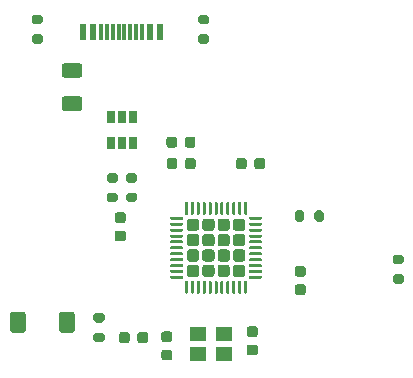
<source format=gbr>
G04 #@! TF.GenerationSoftware,KiCad,Pcbnew,(5.1.9)-1*
G04 #@! TF.CreationDate,2021-03-27T09:55:19-04:00*
G04 #@! TF.ProjectId,atmega32u4_demo,61746d65-6761-4333-9275-345f64656d6f,rev?*
G04 #@! TF.SameCoordinates,Original*
G04 #@! TF.FileFunction,Paste,Top*
G04 #@! TF.FilePolarity,Positive*
%FSLAX46Y46*%
G04 Gerber Fmt 4.6, Leading zero omitted, Abs format (unit mm)*
G04 Created by KiCad (PCBNEW (5.1.9)-1) date 2021-03-27 09:55:19*
%MOMM*%
%LPD*%
G01*
G04 APERTURE LIST*
%ADD10R,1.400000X1.200000*%
%ADD11R,0.650000X1.060000*%
%ADD12R,0.600000X1.450000*%
%ADD13R,0.300000X1.450000*%
G04 APERTURE END LIST*
G36*
G01*
X218342800Y-103828400D02*
X218892800Y-103828400D01*
G75*
G02*
X219092800Y-104028400I0J-200000D01*
G01*
X219092800Y-104428400D01*
G75*
G02*
X218892800Y-104628400I-200000J0D01*
G01*
X218342800Y-104628400D01*
G75*
G02*
X218142800Y-104428400I0J200000D01*
G01*
X218142800Y-104028400D01*
G75*
G02*
X218342800Y-103828400I200000J0D01*
G01*
G37*
G36*
G01*
X218342800Y-102178400D02*
X218892800Y-102178400D01*
G75*
G02*
X219092800Y-102378400I0J-200000D01*
G01*
X219092800Y-102778400D01*
G75*
G02*
X218892800Y-102978400I-200000J0D01*
G01*
X218342800Y-102978400D01*
G75*
G02*
X218142800Y-102778400I0J200000D01*
G01*
X218142800Y-102378400D01*
G75*
G02*
X218342800Y-102178400I200000J0D01*
G01*
G37*
G36*
G01*
X189893400Y-108545400D02*
X189893400Y-107253000D01*
G75*
G02*
X190147200Y-106999200I253800J0D01*
G01*
X190989600Y-106999200D01*
G75*
G02*
X191243400Y-107253000I0J-253800D01*
G01*
X191243400Y-108545400D01*
G75*
G02*
X190989600Y-108799200I-253800J0D01*
G01*
X190147200Y-108799200D01*
G75*
G02*
X189893400Y-108545400I0J253800D01*
G01*
G37*
G36*
G01*
X185743400Y-108545400D02*
X185743400Y-107253000D01*
G75*
G02*
X185997200Y-106999200I253800J0D01*
G01*
X186839600Y-106999200D01*
G75*
G02*
X187093400Y-107253000I0J-253800D01*
G01*
X187093400Y-108545400D01*
G75*
G02*
X186839600Y-108799200I-253800J0D01*
G01*
X185997200Y-108799200D01*
G75*
G02*
X185743400Y-108545400I0J253800D01*
G01*
G37*
G36*
G01*
X205796000Y-94212600D02*
X205796000Y-94712600D01*
G75*
G02*
X205571000Y-94937600I-225000J0D01*
G01*
X205121000Y-94937600D01*
G75*
G02*
X204896000Y-94712600I0J225000D01*
G01*
X204896000Y-94212600D01*
G75*
G02*
X205121000Y-93987600I225000J0D01*
G01*
X205571000Y-93987600D01*
G75*
G02*
X205796000Y-94212600I0J-225000D01*
G01*
G37*
G36*
G01*
X207346000Y-94212600D02*
X207346000Y-94712600D01*
G75*
G02*
X207121000Y-94937600I-225000J0D01*
G01*
X206671000Y-94937600D01*
G75*
G02*
X206446000Y-94712600I0J225000D01*
G01*
X206446000Y-94212600D01*
G75*
G02*
X206671000Y-93987600I225000J0D01*
G01*
X207121000Y-93987600D01*
G75*
G02*
X207346000Y-94212600I0J-225000D01*
G01*
G37*
D10*
X203842800Y-110552600D03*
X201642800Y-110552600D03*
X201642800Y-108852600D03*
X203842800Y-108852600D03*
D11*
X195249800Y-92692400D03*
X196199800Y-92692400D03*
X194299800Y-92692400D03*
X194299800Y-90492400D03*
X195249800Y-90492400D03*
X196199800Y-90492400D03*
G36*
G01*
X204625000Y-103825001D02*
X204625000Y-103274999D01*
G75*
G02*
X204874999Y-103025000I249999J0D01*
G01*
X205425001Y-103025000D01*
G75*
G02*
X205675000Y-103274999I0J-249999D01*
G01*
X205675000Y-103825001D01*
G75*
G02*
X205425001Y-104075000I-249999J0D01*
G01*
X204874999Y-104075000D01*
G75*
G02*
X204625000Y-103825001I0J249999D01*
G01*
G37*
G36*
G01*
X204625000Y-102525001D02*
X204625000Y-101974999D01*
G75*
G02*
X204874999Y-101725000I249999J0D01*
G01*
X205425001Y-101725000D01*
G75*
G02*
X205675000Y-101974999I0J-249999D01*
G01*
X205675000Y-102525001D01*
G75*
G02*
X205425001Y-102775000I-249999J0D01*
G01*
X204874999Y-102775000D01*
G75*
G02*
X204625000Y-102525001I0J249999D01*
G01*
G37*
G36*
G01*
X204625000Y-101225001D02*
X204625000Y-100674999D01*
G75*
G02*
X204874999Y-100425000I249999J0D01*
G01*
X205425001Y-100425000D01*
G75*
G02*
X205675000Y-100674999I0J-249999D01*
G01*
X205675000Y-101225001D01*
G75*
G02*
X205425001Y-101475000I-249999J0D01*
G01*
X204874999Y-101475000D01*
G75*
G02*
X204625000Y-101225001I0J249999D01*
G01*
G37*
G36*
G01*
X204625000Y-99925001D02*
X204625000Y-99374999D01*
G75*
G02*
X204874999Y-99125000I249999J0D01*
G01*
X205425001Y-99125000D01*
G75*
G02*
X205675000Y-99374999I0J-249999D01*
G01*
X205675000Y-99925001D01*
G75*
G02*
X205425001Y-100175000I-249999J0D01*
G01*
X204874999Y-100175000D01*
G75*
G02*
X204625000Y-99925001I0J249999D01*
G01*
G37*
G36*
G01*
X203325000Y-103825001D02*
X203325000Y-103274999D01*
G75*
G02*
X203574999Y-103025000I249999J0D01*
G01*
X204125001Y-103025000D01*
G75*
G02*
X204375000Y-103274999I0J-249999D01*
G01*
X204375000Y-103825001D01*
G75*
G02*
X204125001Y-104075000I-249999J0D01*
G01*
X203574999Y-104075000D01*
G75*
G02*
X203325000Y-103825001I0J249999D01*
G01*
G37*
G36*
G01*
X203325000Y-102525001D02*
X203325000Y-101974999D01*
G75*
G02*
X203574999Y-101725000I249999J0D01*
G01*
X204125001Y-101725000D01*
G75*
G02*
X204375000Y-101974999I0J-249999D01*
G01*
X204375000Y-102525001D01*
G75*
G02*
X204125001Y-102775000I-249999J0D01*
G01*
X203574999Y-102775000D01*
G75*
G02*
X203325000Y-102525001I0J249999D01*
G01*
G37*
G36*
G01*
X203325000Y-101225001D02*
X203325000Y-100674999D01*
G75*
G02*
X203574999Y-100425000I249999J0D01*
G01*
X204125001Y-100425000D01*
G75*
G02*
X204375000Y-100674999I0J-249999D01*
G01*
X204375000Y-101225001D01*
G75*
G02*
X204125001Y-101475000I-249999J0D01*
G01*
X203574999Y-101475000D01*
G75*
G02*
X203325000Y-101225001I0J249999D01*
G01*
G37*
G36*
G01*
X203325000Y-99925001D02*
X203325000Y-99374999D01*
G75*
G02*
X203574999Y-99125000I249999J0D01*
G01*
X204125001Y-99125000D01*
G75*
G02*
X204375000Y-99374999I0J-249999D01*
G01*
X204375000Y-99925001D01*
G75*
G02*
X204125001Y-100175000I-249999J0D01*
G01*
X203574999Y-100175000D01*
G75*
G02*
X203325000Y-99925001I0J249999D01*
G01*
G37*
G36*
G01*
X202025000Y-103825001D02*
X202025000Y-103274999D01*
G75*
G02*
X202274999Y-103025000I249999J0D01*
G01*
X202825001Y-103025000D01*
G75*
G02*
X203075000Y-103274999I0J-249999D01*
G01*
X203075000Y-103825001D01*
G75*
G02*
X202825001Y-104075000I-249999J0D01*
G01*
X202274999Y-104075000D01*
G75*
G02*
X202025000Y-103825001I0J249999D01*
G01*
G37*
G36*
G01*
X202025000Y-102525001D02*
X202025000Y-101974999D01*
G75*
G02*
X202274999Y-101725000I249999J0D01*
G01*
X202825001Y-101725000D01*
G75*
G02*
X203075000Y-101974999I0J-249999D01*
G01*
X203075000Y-102525001D01*
G75*
G02*
X202825001Y-102775000I-249999J0D01*
G01*
X202274999Y-102775000D01*
G75*
G02*
X202025000Y-102525001I0J249999D01*
G01*
G37*
G36*
G01*
X202025000Y-101225001D02*
X202025000Y-100674999D01*
G75*
G02*
X202274999Y-100425000I249999J0D01*
G01*
X202825001Y-100425000D01*
G75*
G02*
X203075000Y-100674999I0J-249999D01*
G01*
X203075000Y-101225001D01*
G75*
G02*
X202825001Y-101475000I-249999J0D01*
G01*
X202274999Y-101475000D01*
G75*
G02*
X202025000Y-101225001I0J249999D01*
G01*
G37*
G36*
G01*
X202025000Y-99925001D02*
X202025000Y-99374999D01*
G75*
G02*
X202274999Y-99125000I249999J0D01*
G01*
X202825001Y-99125000D01*
G75*
G02*
X203075000Y-99374999I0J-249999D01*
G01*
X203075000Y-99925001D01*
G75*
G02*
X202825001Y-100175000I-249999J0D01*
G01*
X202274999Y-100175000D01*
G75*
G02*
X202025000Y-99925001I0J249999D01*
G01*
G37*
G36*
G01*
X200725000Y-103825001D02*
X200725000Y-103274999D01*
G75*
G02*
X200974999Y-103025000I249999J0D01*
G01*
X201525001Y-103025000D01*
G75*
G02*
X201775000Y-103274999I0J-249999D01*
G01*
X201775000Y-103825001D01*
G75*
G02*
X201525001Y-104075000I-249999J0D01*
G01*
X200974999Y-104075000D01*
G75*
G02*
X200725000Y-103825001I0J249999D01*
G01*
G37*
G36*
G01*
X200725000Y-102525001D02*
X200725000Y-101974999D01*
G75*
G02*
X200974999Y-101725000I249999J0D01*
G01*
X201525001Y-101725000D01*
G75*
G02*
X201775000Y-101974999I0J-249999D01*
G01*
X201775000Y-102525001D01*
G75*
G02*
X201525001Y-102775000I-249999J0D01*
G01*
X200974999Y-102775000D01*
G75*
G02*
X200725000Y-102525001I0J249999D01*
G01*
G37*
G36*
G01*
X200725000Y-101225001D02*
X200725000Y-100674999D01*
G75*
G02*
X200974999Y-100425000I249999J0D01*
G01*
X201525001Y-100425000D01*
G75*
G02*
X201775000Y-100674999I0J-249999D01*
G01*
X201775000Y-101225001D01*
G75*
G02*
X201525001Y-101475000I-249999J0D01*
G01*
X200974999Y-101475000D01*
G75*
G02*
X200725000Y-101225001I0J249999D01*
G01*
G37*
G36*
G01*
X200725000Y-99925001D02*
X200725000Y-99374999D01*
G75*
G02*
X200974999Y-99125000I249999J0D01*
G01*
X201525001Y-99125000D01*
G75*
G02*
X201775000Y-99374999I0J-249999D01*
G01*
X201775000Y-99925001D01*
G75*
G02*
X201525001Y-100175000I-249999J0D01*
G01*
X200974999Y-100175000D01*
G75*
G02*
X200725000Y-99925001I0J249999D01*
G01*
G37*
G36*
G01*
X200575000Y-98737500D02*
X200575000Y-97787500D01*
G75*
G02*
X200637500Y-97725000I62500J0D01*
G01*
X200762500Y-97725000D01*
G75*
G02*
X200825000Y-97787500I0J-62500D01*
G01*
X200825000Y-98737500D01*
G75*
G02*
X200762500Y-98800000I-62500J0D01*
G01*
X200637500Y-98800000D01*
G75*
G02*
X200575000Y-98737500I0J62500D01*
G01*
G37*
G36*
G01*
X201075000Y-98737500D02*
X201075000Y-97787500D01*
G75*
G02*
X201137500Y-97725000I62500J0D01*
G01*
X201262500Y-97725000D01*
G75*
G02*
X201325000Y-97787500I0J-62500D01*
G01*
X201325000Y-98737500D01*
G75*
G02*
X201262500Y-98800000I-62500J0D01*
G01*
X201137500Y-98800000D01*
G75*
G02*
X201075000Y-98737500I0J62500D01*
G01*
G37*
G36*
G01*
X201575000Y-98737500D02*
X201575000Y-97787500D01*
G75*
G02*
X201637500Y-97725000I62500J0D01*
G01*
X201762500Y-97725000D01*
G75*
G02*
X201825000Y-97787500I0J-62500D01*
G01*
X201825000Y-98737500D01*
G75*
G02*
X201762500Y-98800000I-62500J0D01*
G01*
X201637500Y-98800000D01*
G75*
G02*
X201575000Y-98737500I0J62500D01*
G01*
G37*
G36*
G01*
X202075000Y-98737500D02*
X202075000Y-97787500D01*
G75*
G02*
X202137500Y-97725000I62500J0D01*
G01*
X202262500Y-97725000D01*
G75*
G02*
X202325000Y-97787500I0J-62500D01*
G01*
X202325000Y-98737500D01*
G75*
G02*
X202262500Y-98800000I-62500J0D01*
G01*
X202137500Y-98800000D01*
G75*
G02*
X202075000Y-98737500I0J62500D01*
G01*
G37*
G36*
G01*
X202575000Y-98737500D02*
X202575000Y-97787500D01*
G75*
G02*
X202637500Y-97725000I62500J0D01*
G01*
X202762500Y-97725000D01*
G75*
G02*
X202825000Y-97787500I0J-62500D01*
G01*
X202825000Y-98737500D01*
G75*
G02*
X202762500Y-98800000I-62500J0D01*
G01*
X202637500Y-98800000D01*
G75*
G02*
X202575000Y-98737500I0J62500D01*
G01*
G37*
G36*
G01*
X203075000Y-98737500D02*
X203075000Y-97787500D01*
G75*
G02*
X203137500Y-97725000I62500J0D01*
G01*
X203262500Y-97725000D01*
G75*
G02*
X203325000Y-97787500I0J-62500D01*
G01*
X203325000Y-98737500D01*
G75*
G02*
X203262500Y-98800000I-62500J0D01*
G01*
X203137500Y-98800000D01*
G75*
G02*
X203075000Y-98737500I0J62500D01*
G01*
G37*
G36*
G01*
X203575000Y-98737500D02*
X203575000Y-97787500D01*
G75*
G02*
X203637500Y-97725000I62500J0D01*
G01*
X203762500Y-97725000D01*
G75*
G02*
X203825000Y-97787500I0J-62500D01*
G01*
X203825000Y-98737500D01*
G75*
G02*
X203762500Y-98800000I-62500J0D01*
G01*
X203637500Y-98800000D01*
G75*
G02*
X203575000Y-98737500I0J62500D01*
G01*
G37*
G36*
G01*
X204075000Y-98737500D02*
X204075000Y-97787500D01*
G75*
G02*
X204137500Y-97725000I62500J0D01*
G01*
X204262500Y-97725000D01*
G75*
G02*
X204325000Y-97787500I0J-62500D01*
G01*
X204325000Y-98737500D01*
G75*
G02*
X204262500Y-98800000I-62500J0D01*
G01*
X204137500Y-98800000D01*
G75*
G02*
X204075000Y-98737500I0J62500D01*
G01*
G37*
G36*
G01*
X204575000Y-98737500D02*
X204575000Y-97787500D01*
G75*
G02*
X204637500Y-97725000I62500J0D01*
G01*
X204762500Y-97725000D01*
G75*
G02*
X204825000Y-97787500I0J-62500D01*
G01*
X204825000Y-98737500D01*
G75*
G02*
X204762500Y-98800000I-62500J0D01*
G01*
X204637500Y-98800000D01*
G75*
G02*
X204575000Y-98737500I0J62500D01*
G01*
G37*
G36*
G01*
X205075000Y-98737500D02*
X205075000Y-97787500D01*
G75*
G02*
X205137500Y-97725000I62500J0D01*
G01*
X205262500Y-97725000D01*
G75*
G02*
X205325000Y-97787500I0J-62500D01*
G01*
X205325000Y-98737500D01*
G75*
G02*
X205262500Y-98800000I-62500J0D01*
G01*
X205137500Y-98800000D01*
G75*
G02*
X205075000Y-98737500I0J62500D01*
G01*
G37*
G36*
G01*
X205575000Y-98737500D02*
X205575000Y-97787500D01*
G75*
G02*
X205637500Y-97725000I62500J0D01*
G01*
X205762500Y-97725000D01*
G75*
G02*
X205825000Y-97787500I0J-62500D01*
G01*
X205825000Y-98737500D01*
G75*
G02*
X205762500Y-98800000I-62500J0D01*
G01*
X205637500Y-98800000D01*
G75*
G02*
X205575000Y-98737500I0J62500D01*
G01*
G37*
G36*
G01*
X206000000Y-99162500D02*
X206000000Y-99037500D01*
G75*
G02*
X206062500Y-98975000I62500J0D01*
G01*
X207012500Y-98975000D01*
G75*
G02*
X207075000Y-99037500I0J-62500D01*
G01*
X207075000Y-99162500D01*
G75*
G02*
X207012500Y-99225000I-62500J0D01*
G01*
X206062500Y-99225000D01*
G75*
G02*
X206000000Y-99162500I0J62500D01*
G01*
G37*
G36*
G01*
X206000000Y-99662500D02*
X206000000Y-99537500D01*
G75*
G02*
X206062500Y-99475000I62500J0D01*
G01*
X207012500Y-99475000D01*
G75*
G02*
X207075000Y-99537500I0J-62500D01*
G01*
X207075000Y-99662500D01*
G75*
G02*
X207012500Y-99725000I-62500J0D01*
G01*
X206062500Y-99725000D01*
G75*
G02*
X206000000Y-99662500I0J62500D01*
G01*
G37*
G36*
G01*
X206000000Y-100162500D02*
X206000000Y-100037500D01*
G75*
G02*
X206062500Y-99975000I62500J0D01*
G01*
X207012500Y-99975000D01*
G75*
G02*
X207075000Y-100037500I0J-62500D01*
G01*
X207075000Y-100162500D01*
G75*
G02*
X207012500Y-100225000I-62500J0D01*
G01*
X206062500Y-100225000D01*
G75*
G02*
X206000000Y-100162500I0J62500D01*
G01*
G37*
G36*
G01*
X206000000Y-100662500D02*
X206000000Y-100537500D01*
G75*
G02*
X206062500Y-100475000I62500J0D01*
G01*
X207012500Y-100475000D01*
G75*
G02*
X207075000Y-100537500I0J-62500D01*
G01*
X207075000Y-100662500D01*
G75*
G02*
X207012500Y-100725000I-62500J0D01*
G01*
X206062500Y-100725000D01*
G75*
G02*
X206000000Y-100662500I0J62500D01*
G01*
G37*
G36*
G01*
X206000000Y-101162500D02*
X206000000Y-101037500D01*
G75*
G02*
X206062500Y-100975000I62500J0D01*
G01*
X207012500Y-100975000D01*
G75*
G02*
X207075000Y-101037500I0J-62500D01*
G01*
X207075000Y-101162500D01*
G75*
G02*
X207012500Y-101225000I-62500J0D01*
G01*
X206062500Y-101225000D01*
G75*
G02*
X206000000Y-101162500I0J62500D01*
G01*
G37*
G36*
G01*
X206000000Y-101662500D02*
X206000000Y-101537500D01*
G75*
G02*
X206062500Y-101475000I62500J0D01*
G01*
X207012500Y-101475000D01*
G75*
G02*
X207075000Y-101537500I0J-62500D01*
G01*
X207075000Y-101662500D01*
G75*
G02*
X207012500Y-101725000I-62500J0D01*
G01*
X206062500Y-101725000D01*
G75*
G02*
X206000000Y-101662500I0J62500D01*
G01*
G37*
G36*
G01*
X206000000Y-102162500D02*
X206000000Y-102037500D01*
G75*
G02*
X206062500Y-101975000I62500J0D01*
G01*
X207012500Y-101975000D01*
G75*
G02*
X207075000Y-102037500I0J-62500D01*
G01*
X207075000Y-102162500D01*
G75*
G02*
X207012500Y-102225000I-62500J0D01*
G01*
X206062500Y-102225000D01*
G75*
G02*
X206000000Y-102162500I0J62500D01*
G01*
G37*
G36*
G01*
X206000000Y-102662500D02*
X206000000Y-102537500D01*
G75*
G02*
X206062500Y-102475000I62500J0D01*
G01*
X207012500Y-102475000D01*
G75*
G02*
X207075000Y-102537500I0J-62500D01*
G01*
X207075000Y-102662500D01*
G75*
G02*
X207012500Y-102725000I-62500J0D01*
G01*
X206062500Y-102725000D01*
G75*
G02*
X206000000Y-102662500I0J62500D01*
G01*
G37*
G36*
G01*
X206000000Y-103162500D02*
X206000000Y-103037500D01*
G75*
G02*
X206062500Y-102975000I62500J0D01*
G01*
X207012500Y-102975000D01*
G75*
G02*
X207075000Y-103037500I0J-62500D01*
G01*
X207075000Y-103162500D01*
G75*
G02*
X207012500Y-103225000I-62500J0D01*
G01*
X206062500Y-103225000D01*
G75*
G02*
X206000000Y-103162500I0J62500D01*
G01*
G37*
G36*
G01*
X206000000Y-103662500D02*
X206000000Y-103537500D01*
G75*
G02*
X206062500Y-103475000I62500J0D01*
G01*
X207012500Y-103475000D01*
G75*
G02*
X207075000Y-103537500I0J-62500D01*
G01*
X207075000Y-103662500D01*
G75*
G02*
X207012500Y-103725000I-62500J0D01*
G01*
X206062500Y-103725000D01*
G75*
G02*
X206000000Y-103662500I0J62500D01*
G01*
G37*
G36*
G01*
X206000000Y-104162500D02*
X206000000Y-104037500D01*
G75*
G02*
X206062500Y-103975000I62500J0D01*
G01*
X207012500Y-103975000D01*
G75*
G02*
X207075000Y-104037500I0J-62500D01*
G01*
X207075000Y-104162500D01*
G75*
G02*
X207012500Y-104225000I-62500J0D01*
G01*
X206062500Y-104225000D01*
G75*
G02*
X206000000Y-104162500I0J62500D01*
G01*
G37*
G36*
G01*
X205575000Y-105412500D02*
X205575000Y-104462500D01*
G75*
G02*
X205637500Y-104400000I62500J0D01*
G01*
X205762500Y-104400000D01*
G75*
G02*
X205825000Y-104462500I0J-62500D01*
G01*
X205825000Y-105412500D01*
G75*
G02*
X205762500Y-105475000I-62500J0D01*
G01*
X205637500Y-105475000D01*
G75*
G02*
X205575000Y-105412500I0J62500D01*
G01*
G37*
G36*
G01*
X205075000Y-105412500D02*
X205075000Y-104462500D01*
G75*
G02*
X205137500Y-104400000I62500J0D01*
G01*
X205262500Y-104400000D01*
G75*
G02*
X205325000Y-104462500I0J-62500D01*
G01*
X205325000Y-105412500D01*
G75*
G02*
X205262500Y-105475000I-62500J0D01*
G01*
X205137500Y-105475000D01*
G75*
G02*
X205075000Y-105412500I0J62500D01*
G01*
G37*
G36*
G01*
X204575000Y-105412500D02*
X204575000Y-104462500D01*
G75*
G02*
X204637500Y-104400000I62500J0D01*
G01*
X204762500Y-104400000D01*
G75*
G02*
X204825000Y-104462500I0J-62500D01*
G01*
X204825000Y-105412500D01*
G75*
G02*
X204762500Y-105475000I-62500J0D01*
G01*
X204637500Y-105475000D01*
G75*
G02*
X204575000Y-105412500I0J62500D01*
G01*
G37*
G36*
G01*
X204075000Y-105412500D02*
X204075000Y-104462500D01*
G75*
G02*
X204137500Y-104400000I62500J0D01*
G01*
X204262500Y-104400000D01*
G75*
G02*
X204325000Y-104462500I0J-62500D01*
G01*
X204325000Y-105412500D01*
G75*
G02*
X204262500Y-105475000I-62500J0D01*
G01*
X204137500Y-105475000D01*
G75*
G02*
X204075000Y-105412500I0J62500D01*
G01*
G37*
G36*
G01*
X203575000Y-105412500D02*
X203575000Y-104462500D01*
G75*
G02*
X203637500Y-104400000I62500J0D01*
G01*
X203762500Y-104400000D01*
G75*
G02*
X203825000Y-104462500I0J-62500D01*
G01*
X203825000Y-105412500D01*
G75*
G02*
X203762500Y-105475000I-62500J0D01*
G01*
X203637500Y-105475000D01*
G75*
G02*
X203575000Y-105412500I0J62500D01*
G01*
G37*
G36*
G01*
X203075000Y-105412500D02*
X203075000Y-104462500D01*
G75*
G02*
X203137500Y-104400000I62500J0D01*
G01*
X203262500Y-104400000D01*
G75*
G02*
X203325000Y-104462500I0J-62500D01*
G01*
X203325000Y-105412500D01*
G75*
G02*
X203262500Y-105475000I-62500J0D01*
G01*
X203137500Y-105475000D01*
G75*
G02*
X203075000Y-105412500I0J62500D01*
G01*
G37*
G36*
G01*
X202575000Y-105412500D02*
X202575000Y-104462500D01*
G75*
G02*
X202637500Y-104400000I62500J0D01*
G01*
X202762500Y-104400000D01*
G75*
G02*
X202825000Y-104462500I0J-62500D01*
G01*
X202825000Y-105412500D01*
G75*
G02*
X202762500Y-105475000I-62500J0D01*
G01*
X202637500Y-105475000D01*
G75*
G02*
X202575000Y-105412500I0J62500D01*
G01*
G37*
G36*
G01*
X202075000Y-105412500D02*
X202075000Y-104462500D01*
G75*
G02*
X202137500Y-104400000I62500J0D01*
G01*
X202262500Y-104400000D01*
G75*
G02*
X202325000Y-104462500I0J-62500D01*
G01*
X202325000Y-105412500D01*
G75*
G02*
X202262500Y-105475000I-62500J0D01*
G01*
X202137500Y-105475000D01*
G75*
G02*
X202075000Y-105412500I0J62500D01*
G01*
G37*
G36*
G01*
X201575000Y-105412500D02*
X201575000Y-104462500D01*
G75*
G02*
X201637500Y-104400000I62500J0D01*
G01*
X201762500Y-104400000D01*
G75*
G02*
X201825000Y-104462500I0J-62500D01*
G01*
X201825000Y-105412500D01*
G75*
G02*
X201762500Y-105475000I-62500J0D01*
G01*
X201637500Y-105475000D01*
G75*
G02*
X201575000Y-105412500I0J62500D01*
G01*
G37*
G36*
G01*
X201075000Y-105412500D02*
X201075000Y-104462500D01*
G75*
G02*
X201137500Y-104400000I62500J0D01*
G01*
X201262500Y-104400000D01*
G75*
G02*
X201325000Y-104462500I0J-62500D01*
G01*
X201325000Y-105412500D01*
G75*
G02*
X201262500Y-105475000I-62500J0D01*
G01*
X201137500Y-105475000D01*
G75*
G02*
X201075000Y-105412500I0J62500D01*
G01*
G37*
G36*
G01*
X200575000Y-105412500D02*
X200575000Y-104462500D01*
G75*
G02*
X200637500Y-104400000I62500J0D01*
G01*
X200762500Y-104400000D01*
G75*
G02*
X200825000Y-104462500I0J-62500D01*
G01*
X200825000Y-105412500D01*
G75*
G02*
X200762500Y-105475000I-62500J0D01*
G01*
X200637500Y-105475000D01*
G75*
G02*
X200575000Y-105412500I0J62500D01*
G01*
G37*
G36*
G01*
X199325000Y-104162500D02*
X199325000Y-104037500D01*
G75*
G02*
X199387500Y-103975000I62500J0D01*
G01*
X200337500Y-103975000D01*
G75*
G02*
X200400000Y-104037500I0J-62500D01*
G01*
X200400000Y-104162500D01*
G75*
G02*
X200337500Y-104225000I-62500J0D01*
G01*
X199387500Y-104225000D01*
G75*
G02*
X199325000Y-104162500I0J62500D01*
G01*
G37*
G36*
G01*
X199325000Y-103662500D02*
X199325000Y-103537500D01*
G75*
G02*
X199387500Y-103475000I62500J0D01*
G01*
X200337500Y-103475000D01*
G75*
G02*
X200400000Y-103537500I0J-62500D01*
G01*
X200400000Y-103662500D01*
G75*
G02*
X200337500Y-103725000I-62500J0D01*
G01*
X199387500Y-103725000D01*
G75*
G02*
X199325000Y-103662500I0J62500D01*
G01*
G37*
G36*
G01*
X199325000Y-103162500D02*
X199325000Y-103037500D01*
G75*
G02*
X199387500Y-102975000I62500J0D01*
G01*
X200337500Y-102975000D01*
G75*
G02*
X200400000Y-103037500I0J-62500D01*
G01*
X200400000Y-103162500D01*
G75*
G02*
X200337500Y-103225000I-62500J0D01*
G01*
X199387500Y-103225000D01*
G75*
G02*
X199325000Y-103162500I0J62500D01*
G01*
G37*
G36*
G01*
X199325000Y-102662500D02*
X199325000Y-102537500D01*
G75*
G02*
X199387500Y-102475000I62500J0D01*
G01*
X200337500Y-102475000D01*
G75*
G02*
X200400000Y-102537500I0J-62500D01*
G01*
X200400000Y-102662500D01*
G75*
G02*
X200337500Y-102725000I-62500J0D01*
G01*
X199387500Y-102725000D01*
G75*
G02*
X199325000Y-102662500I0J62500D01*
G01*
G37*
G36*
G01*
X199325000Y-102162500D02*
X199325000Y-102037500D01*
G75*
G02*
X199387500Y-101975000I62500J0D01*
G01*
X200337500Y-101975000D01*
G75*
G02*
X200400000Y-102037500I0J-62500D01*
G01*
X200400000Y-102162500D01*
G75*
G02*
X200337500Y-102225000I-62500J0D01*
G01*
X199387500Y-102225000D01*
G75*
G02*
X199325000Y-102162500I0J62500D01*
G01*
G37*
G36*
G01*
X199325000Y-101662500D02*
X199325000Y-101537500D01*
G75*
G02*
X199387500Y-101475000I62500J0D01*
G01*
X200337500Y-101475000D01*
G75*
G02*
X200400000Y-101537500I0J-62500D01*
G01*
X200400000Y-101662500D01*
G75*
G02*
X200337500Y-101725000I-62500J0D01*
G01*
X199387500Y-101725000D01*
G75*
G02*
X199325000Y-101662500I0J62500D01*
G01*
G37*
G36*
G01*
X199325000Y-101162500D02*
X199325000Y-101037500D01*
G75*
G02*
X199387500Y-100975000I62500J0D01*
G01*
X200337500Y-100975000D01*
G75*
G02*
X200400000Y-101037500I0J-62500D01*
G01*
X200400000Y-101162500D01*
G75*
G02*
X200337500Y-101225000I-62500J0D01*
G01*
X199387500Y-101225000D01*
G75*
G02*
X199325000Y-101162500I0J62500D01*
G01*
G37*
G36*
G01*
X199325000Y-100662500D02*
X199325000Y-100537500D01*
G75*
G02*
X199387500Y-100475000I62500J0D01*
G01*
X200337500Y-100475000D01*
G75*
G02*
X200400000Y-100537500I0J-62500D01*
G01*
X200400000Y-100662500D01*
G75*
G02*
X200337500Y-100725000I-62500J0D01*
G01*
X199387500Y-100725000D01*
G75*
G02*
X199325000Y-100662500I0J62500D01*
G01*
G37*
G36*
G01*
X199325000Y-100162500D02*
X199325000Y-100037500D01*
G75*
G02*
X199387500Y-99975000I62500J0D01*
G01*
X200337500Y-99975000D01*
G75*
G02*
X200400000Y-100037500I0J-62500D01*
G01*
X200400000Y-100162500D01*
G75*
G02*
X200337500Y-100225000I-62500J0D01*
G01*
X199387500Y-100225000D01*
G75*
G02*
X199325000Y-100162500I0J62500D01*
G01*
G37*
G36*
G01*
X199325000Y-99662500D02*
X199325000Y-99537500D01*
G75*
G02*
X199387500Y-99475000I62500J0D01*
G01*
X200337500Y-99475000D01*
G75*
G02*
X200400000Y-99537500I0J-62500D01*
G01*
X200400000Y-99662500D01*
G75*
G02*
X200337500Y-99725000I-62500J0D01*
G01*
X199387500Y-99725000D01*
G75*
G02*
X199325000Y-99662500I0J62500D01*
G01*
G37*
G36*
G01*
X199325000Y-99162500D02*
X199325000Y-99037500D01*
G75*
G02*
X199387500Y-98975000I62500J0D01*
G01*
X200337500Y-98975000D01*
G75*
G02*
X200400000Y-99037500I0J-62500D01*
G01*
X200400000Y-99162500D01*
G75*
G02*
X200337500Y-99225000I-62500J0D01*
G01*
X199387500Y-99225000D01*
G75*
G02*
X199325000Y-99162500I0J62500D01*
G01*
G37*
G36*
G01*
X210674400Y-98632600D02*
X210674400Y-99182600D01*
G75*
G02*
X210474400Y-99382600I-200000J0D01*
G01*
X210074400Y-99382600D01*
G75*
G02*
X209874400Y-99182600I0J200000D01*
G01*
X209874400Y-98632600D01*
G75*
G02*
X210074400Y-98432600I200000J0D01*
G01*
X210474400Y-98432600D01*
G75*
G02*
X210674400Y-98632600I0J-200000D01*
G01*
G37*
G36*
G01*
X212324400Y-98632600D02*
X212324400Y-99182600D01*
G75*
G02*
X212124400Y-99382600I-200000J0D01*
G01*
X211724400Y-99382600D01*
G75*
G02*
X211524400Y-99182600I0J200000D01*
G01*
X211524400Y-98632600D01*
G75*
G02*
X211724400Y-98432600I200000J0D01*
G01*
X212124400Y-98432600D01*
G75*
G02*
X212324400Y-98632600I0J-200000D01*
G01*
G37*
G36*
G01*
X196337600Y-96069600D02*
X195787600Y-96069600D01*
G75*
G02*
X195587600Y-95869600I0J200000D01*
G01*
X195587600Y-95469600D01*
G75*
G02*
X195787600Y-95269600I200000J0D01*
G01*
X196337600Y-95269600D01*
G75*
G02*
X196537600Y-95469600I0J-200000D01*
G01*
X196537600Y-95869600D01*
G75*
G02*
X196337600Y-96069600I-200000J0D01*
G01*
G37*
G36*
G01*
X196337600Y-97719600D02*
X195787600Y-97719600D01*
G75*
G02*
X195587600Y-97519600I0J200000D01*
G01*
X195587600Y-97119600D01*
G75*
G02*
X195787600Y-96919600I200000J0D01*
G01*
X196337600Y-96919600D01*
G75*
G02*
X196537600Y-97119600I0J-200000D01*
G01*
X196537600Y-97519600D01*
G75*
G02*
X196337600Y-97719600I-200000J0D01*
G01*
G37*
G36*
G01*
X194686600Y-96069600D02*
X194136600Y-96069600D01*
G75*
G02*
X193936600Y-95869600I0J200000D01*
G01*
X193936600Y-95469600D01*
G75*
G02*
X194136600Y-95269600I200000J0D01*
G01*
X194686600Y-95269600D01*
G75*
G02*
X194886600Y-95469600I0J-200000D01*
G01*
X194886600Y-95869600D01*
G75*
G02*
X194686600Y-96069600I-200000J0D01*
G01*
G37*
G36*
G01*
X194686600Y-97719600D02*
X194136600Y-97719600D01*
G75*
G02*
X193936600Y-97519600I0J200000D01*
G01*
X193936600Y-97119600D01*
G75*
G02*
X194136600Y-96919600I200000J0D01*
G01*
X194686600Y-96919600D01*
G75*
G02*
X194886600Y-97119600I0J-200000D01*
G01*
X194886600Y-97519600D01*
G75*
G02*
X194686600Y-97719600I-200000J0D01*
G01*
G37*
G36*
G01*
X193569000Y-107931400D02*
X193019000Y-107931400D01*
G75*
G02*
X192819000Y-107731400I0J200000D01*
G01*
X192819000Y-107331400D01*
G75*
G02*
X193019000Y-107131400I200000J0D01*
G01*
X193569000Y-107131400D01*
G75*
G02*
X193769000Y-107331400I0J-200000D01*
G01*
X193769000Y-107731400D01*
G75*
G02*
X193569000Y-107931400I-200000J0D01*
G01*
G37*
G36*
G01*
X193569000Y-109581400D02*
X193019000Y-109581400D01*
G75*
G02*
X192819000Y-109381400I0J200000D01*
G01*
X192819000Y-108981400D01*
G75*
G02*
X193019000Y-108781400I200000J0D01*
G01*
X193569000Y-108781400D01*
G75*
G02*
X193769000Y-108981400I0J-200000D01*
G01*
X193769000Y-109381400D01*
G75*
G02*
X193569000Y-109581400I-200000J0D01*
G01*
G37*
G36*
G01*
X187786600Y-83508400D02*
X188336600Y-83508400D01*
G75*
G02*
X188536600Y-83708400I0J-200000D01*
G01*
X188536600Y-84108400D01*
G75*
G02*
X188336600Y-84308400I-200000J0D01*
G01*
X187786600Y-84308400D01*
G75*
G02*
X187586600Y-84108400I0J200000D01*
G01*
X187586600Y-83708400D01*
G75*
G02*
X187786600Y-83508400I200000J0D01*
G01*
G37*
G36*
G01*
X187786600Y-81858400D02*
X188336600Y-81858400D01*
G75*
G02*
X188536600Y-82058400I0J-200000D01*
G01*
X188536600Y-82458400D01*
G75*
G02*
X188336600Y-82658400I-200000J0D01*
G01*
X187786600Y-82658400D01*
G75*
G02*
X187586600Y-82458400I0J200000D01*
G01*
X187586600Y-82058400D01*
G75*
G02*
X187786600Y-81858400I200000J0D01*
G01*
G37*
G36*
G01*
X201883600Y-83533800D02*
X202433600Y-83533800D01*
G75*
G02*
X202633600Y-83733800I0J-200000D01*
G01*
X202633600Y-84133800D01*
G75*
G02*
X202433600Y-84333800I-200000J0D01*
G01*
X201883600Y-84333800D01*
G75*
G02*
X201683600Y-84133800I0J200000D01*
G01*
X201683600Y-83733800D01*
G75*
G02*
X201883600Y-83533800I200000J0D01*
G01*
G37*
G36*
G01*
X201883600Y-81883800D02*
X202433600Y-81883800D01*
G75*
G02*
X202633600Y-82083800I0J-200000D01*
G01*
X202633600Y-82483800D01*
G75*
G02*
X202433600Y-82683800I-200000J0D01*
G01*
X201883600Y-82683800D01*
G75*
G02*
X201683600Y-82483800I0J200000D01*
G01*
X201683600Y-82083800D01*
G75*
G02*
X201883600Y-81883800I200000J0D01*
G01*
G37*
D12*
X191949000Y-83343800D03*
X192749000Y-83343800D03*
X197649000Y-83343800D03*
X198449000Y-83343800D03*
X198449000Y-83343800D03*
X197649000Y-83343800D03*
X192749000Y-83343800D03*
X191949000Y-83343800D03*
D13*
X196949000Y-83343800D03*
X196449000Y-83343800D03*
X195949000Y-83343800D03*
X194949000Y-83343800D03*
X194449000Y-83343800D03*
X193949000Y-83343800D03*
X193449000Y-83343800D03*
X195449000Y-83343800D03*
G36*
G01*
X191630000Y-87210600D02*
X190380000Y-87210600D01*
G75*
G02*
X190130000Y-86960600I0J250000D01*
G01*
X190130000Y-86210600D01*
G75*
G02*
X190380000Y-85960600I250000J0D01*
G01*
X191630000Y-85960600D01*
G75*
G02*
X191880000Y-86210600I0J-250000D01*
G01*
X191880000Y-86960600D01*
G75*
G02*
X191630000Y-87210600I-250000J0D01*
G01*
G37*
G36*
G01*
X191630000Y-90010600D02*
X190380000Y-90010600D01*
G75*
G02*
X190130000Y-89760600I0J250000D01*
G01*
X190130000Y-89010600D01*
G75*
G02*
X190380000Y-88760600I250000J0D01*
G01*
X191630000Y-88760600D01*
G75*
G02*
X191880000Y-89010600I0J-250000D01*
G01*
X191880000Y-89760600D01*
G75*
G02*
X191630000Y-90010600I-250000J0D01*
G01*
G37*
G36*
G01*
X195347400Y-99497000D02*
X194847400Y-99497000D01*
G75*
G02*
X194622400Y-99272000I0J225000D01*
G01*
X194622400Y-98822000D01*
G75*
G02*
X194847400Y-98597000I225000J0D01*
G01*
X195347400Y-98597000D01*
G75*
G02*
X195572400Y-98822000I0J-225000D01*
G01*
X195572400Y-99272000D01*
G75*
G02*
X195347400Y-99497000I-225000J0D01*
G01*
G37*
G36*
G01*
X195347400Y-101047000D02*
X194847400Y-101047000D01*
G75*
G02*
X194622400Y-100822000I0J225000D01*
G01*
X194622400Y-100372000D01*
G75*
G02*
X194847400Y-100147000I225000J0D01*
G01*
X195347400Y-100147000D01*
G75*
G02*
X195572400Y-100372000I0J-225000D01*
G01*
X195572400Y-100822000D01*
G75*
G02*
X195347400Y-101047000I-225000J0D01*
G01*
G37*
G36*
G01*
X199284400Y-109580800D02*
X198784400Y-109580800D01*
G75*
G02*
X198559400Y-109355800I0J225000D01*
G01*
X198559400Y-108905800D01*
G75*
G02*
X198784400Y-108680800I225000J0D01*
G01*
X199284400Y-108680800D01*
G75*
G02*
X199509400Y-108905800I0J-225000D01*
G01*
X199509400Y-109355800D01*
G75*
G02*
X199284400Y-109580800I-225000J0D01*
G01*
G37*
G36*
G01*
X199284400Y-111130800D02*
X198784400Y-111130800D01*
G75*
G02*
X198559400Y-110905800I0J225000D01*
G01*
X198559400Y-110455800D01*
G75*
G02*
X198784400Y-110230800I225000J0D01*
G01*
X199284400Y-110230800D01*
G75*
G02*
X199509400Y-110455800I0J-225000D01*
G01*
X199509400Y-110905800D01*
G75*
G02*
X199284400Y-111130800I-225000J0D01*
G01*
G37*
G36*
G01*
X206023400Y-109799000D02*
X206523400Y-109799000D01*
G75*
G02*
X206748400Y-110024000I0J-225000D01*
G01*
X206748400Y-110474000D01*
G75*
G02*
X206523400Y-110699000I-225000J0D01*
G01*
X206023400Y-110699000D01*
G75*
G02*
X205798400Y-110474000I0J225000D01*
G01*
X205798400Y-110024000D01*
G75*
G02*
X206023400Y-109799000I225000J0D01*
G01*
G37*
G36*
G01*
X206023400Y-108249000D02*
X206523400Y-108249000D01*
G75*
G02*
X206748400Y-108474000I0J-225000D01*
G01*
X206748400Y-108924000D01*
G75*
G02*
X206523400Y-109149000I-225000J0D01*
G01*
X206023400Y-109149000D01*
G75*
G02*
X205798400Y-108924000I0J225000D01*
G01*
X205798400Y-108474000D01*
G75*
G02*
X206023400Y-108249000I225000J0D01*
G01*
G37*
G36*
G01*
X210087400Y-104693600D02*
X210587400Y-104693600D01*
G75*
G02*
X210812400Y-104918600I0J-225000D01*
G01*
X210812400Y-105368600D01*
G75*
G02*
X210587400Y-105593600I-225000J0D01*
G01*
X210087400Y-105593600D01*
G75*
G02*
X209862400Y-105368600I0J225000D01*
G01*
X209862400Y-104918600D01*
G75*
G02*
X210087400Y-104693600I225000J0D01*
G01*
G37*
G36*
G01*
X210087400Y-103143600D02*
X210587400Y-103143600D01*
G75*
G02*
X210812400Y-103368600I0J-225000D01*
G01*
X210812400Y-103818600D01*
G75*
G02*
X210587400Y-104043600I-225000J0D01*
G01*
X210087400Y-104043600D01*
G75*
G02*
X209862400Y-103818600I0J225000D01*
G01*
X209862400Y-103368600D01*
G75*
G02*
X210087400Y-103143600I225000J0D01*
G01*
G37*
G36*
G01*
X196540000Y-109444600D02*
X196540000Y-108944600D01*
G75*
G02*
X196765000Y-108719600I225000J0D01*
G01*
X197215000Y-108719600D01*
G75*
G02*
X197440000Y-108944600I0J-225000D01*
G01*
X197440000Y-109444600D01*
G75*
G02*
X197215000Y-109669600I-225000J0D01*
G01*
X196765000Y-109669600D01*
G75*
G02*
X196540000Y-109444600I0J225000D01*
G01*
G37*
G36*
G01*
X194990000Y-109444600D02*
X194990000Y-108944600D01*
G75*
G02*
X195215000Y-108719600I225000J0D01*
G01*
X195665000Y-108719600D01*
G75*
G02*
X195890000Y-108944600I0J-225000D01*
G01*
X195890000Y-109444600D01*
G75*
G02*
X195665000Y-109669600I-225000J0D01*
G01*
X195215000Y-109669600D01*
G75*
G02*
X194990000Y-109444600I0J225000D01*
G01*
G37*
G36*
G01*
X200578600Y-94712600D02*
X200578600Y-94212600D01*
G75*
G02*
X200803600Y-93987600I225000J0D01*
G01*
X201253600Y-93987600D01*
G75*
G02*
X201478600Y-94212600I0J-225000D01*
G01*
X201478600Y-94712600D01*
G75*
G02*
X201253600Y-94937600I-225000J0D01*
G01*
X200803600Y-94937600D01*
G75*
G02*
X200578600Y-94712600I0J225000D01*
G01*
G37*
G36*
G01*
X199028600Y-94712600D02*
X199028600Y-94212600D01*
G75*
G02*
X199253600Y-93987600I225000J0D01*
G01*
X199703600Y-93987600D01*
G75*
G02*
X199928600Y-94212600I0J-225000D01*
G01*
X199928600Y-94712600D01*
G75*
G02*
X199703600Y-94937600I-225000J0D01*
G01*
X199253600Y-94937600D01*
G75*
G02*
X199028600Y-94712600I0J225000D01*
G01*
G37*
G36*
G01*
X200553200Y-92909200D02*
X200553200Y-92409200D01*
G75*
G02*
X200778200Y-92184200I225000J0D01*
G01*
X201228200Y-92184200D01*
G75*
G02*
X201453200Y-92409200I0J-225000D01*
G01*
X201453200Y-92909200D01*
G75*
G02*
X201228200Y-93134200I-225000J0D01*
G01*
X200778200Y-93134200D01*
G75*
G02*
X200553200Y-92909200I0J225000D01*
G01*
G37*
G36*
G01*
X199003200Y-92909200D02*
X199003200Y-92409200D01*
G75*
G02*
X199228200Y-92184200I225000J0D01*
G01*
X199678200Y-92184200D01*
G75*
G02*
X199903200Y-92409200I0J-225000D01*
G01*
X199903200Y-92909200D01*
G75*
G02*
X199678200Y-93134200I-225000J0D01*
G01*
X199228200Y-93134200D01*
G75*
G02*
X199003200Y-92909200I0J225000D01*
G01*
G37*
M02*

</source>
